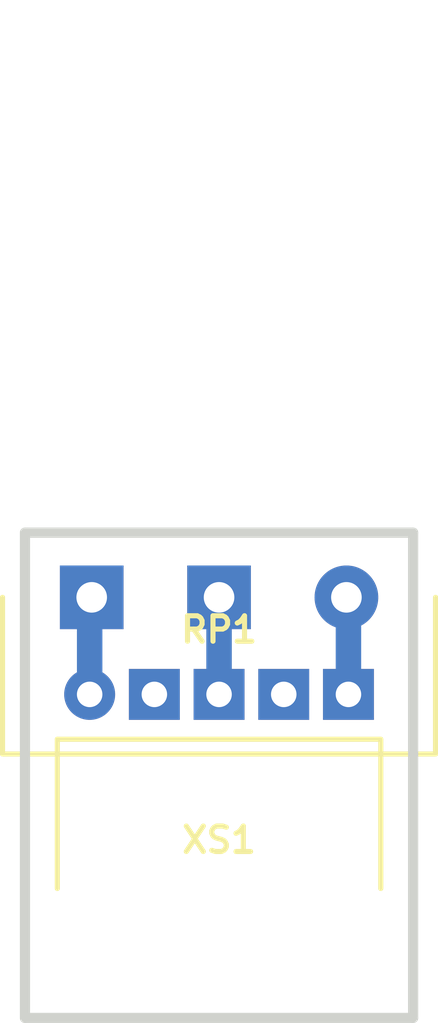
<source format=kicad_pcb>
(kicad_pcb (version 20171130) (host pcbnew 5.1.6-c6e7f7d~87~ubuntu19.10.1)

  (general
    (thickness 1.5)
    (drawings 4)
    (tracks 5)
    (zones 0)
    (modules 2)
    (nets 4)
  )

  (page A4 portrait)
  (title_block
    (title "Potentiometer Board 20 17")
    (date 2021-01-16)
    (rev 1A)
    (company "Igor Ivanov")
    (comment 1 https://github.com/Adept666)
    (comment 2 "This project is licensed under GNU General Public License v3.0 or later")
    (comment 3 "Диаметр потенциометра: 16 мм, 17 мм")
    (comment 4 "Расстояние от основной платы до корпуса: 20 мм")
  )

  (layers
    (0 F.Cu jumper)
    (31 B.Cu signal)
    (38 B.Mask user)
    (44 Edge.Cuts user)
    (45 Margin user)
    (46 B.CrtYd user)
    (47 F.CrtYd user)
    (49 F.Fab user)
  )

  (setup
    (last_trace_width 1)
    (user_trace_width 0.6)
    (trace_clearance 0)
    (zone_clearance 0.6)
    (zone_45_only no)
    (trace_min 0.2)
    (via_size 2)
    (via_drill 1)
    (via_min_size 0.4)
    (via_min_drill 0.3)
    (uvia_size 0.3)
    (uvia_drill 0.1)
    (uvias_allowed no)
    (uvia_min_size 0)
    (uvia_min_drill 0)
    (edge_width 0.4)
    (segment_width 0.2)
    (pcb_text_width 0.3)
    (pcb_text_size 1.5 1.5)
    (mod_edge_width 0.15)
    (mod_text_size 1 1)
    (mod_text_width 0.15)
    (pad_size 1.6 1.8)
    (pad_drill 0)
    (pad_to_mask_clearance 0.2)
    (solder_mask_min_width 0.1)
    (aux_axis_origin 0 0)
    (visible_elements 7FFFFFFF)
    (pcbplotparams
      (layerselection 0x20000_7ffffffe)
      (usegerberextensions false)
      (usegerberattributes false)
      (usegerberadvancedattributes false)
      (creategerberjobfile false)
      (excludeedgelayer false)
      (linewidth 0.100000)
      (plotframeref true)
      (viasonmask false)
      (mode 1)
      (useauxorigin false)
      (hpglpennumber 1)
      (hpglpenspeed 20)
      (hpglpendiameter 15.000000)
      (psnegative false)
      (psa4output false)
      (plotreference false)
      (plotvalue true)
      (plotinvisibletext false)
      (padsonsilk true)
      (subtractmaskfromsilk false)
      (outputformat 4)
      (mirror false)
      (drillshape 0)
      (scaleselection 1)
      (outputdirectory ""))
  )

  (net 0 "")
  (net 1 "Net-(RP1-Pad3)")
  (net 2 "Net-(RP1-Pad1)")
  (net 3 "Net-(RP1-Pad2)")

  (net_class Default "This is the default net class."
    (clearance 0)
    (trace_width 1)
    (via_dia 2)
    (via_drill 1)
    (uvia_dia 0.3)
    (uvia_drill 0.1)
    (add_net "Net-(RP1-Pad1)")
    (add_net "Net-(RP1-Pad2)")
    (add_net "Net-(RP1-Pad3)")
  )

  (module KCL:CON-PBS-05R (layer F.Cu) (tedit 5E63615D) (tstamp 60031F53)
    (at 105.41 145.415)
    (path /600A2C72)
    (fp_text reference XS1 (at 0 5.715) (layer F.SilkS)
      (effects (font (size 1 1) (thickness 0.2)))
    )
    (fp_text value PBS-05R (at 0 5.715) (layer F.Fab)
      (effects (font (size 1 1) (thickness 0.2)))
    )
    (fp_line (start 6.35 -0.5) (end 6.35 10.16) (layer F.CrtYd) (width 0.1))
    (fp_line (start -6.35 -0.5) (end -6.35 10.16) (layer F.CrtYd) (width 0.1))
    (fp_line (start -6.35 10.16) (end 6.35 10.16) (layer F.CrtYd) (width 0.1))
    (fp_line (start -6.35 -0.5) (end 6.35 -0.5) (layer F.CrtYd) (width 0.1))
    (fp_line (start 6.35 1.76) (end 6.35 7.62) (layer F.SilkS) (width 0.2))
    (fp_line (start -6.35 1.76) (end -6.35 7.62) (layer F.SilkS) (width 0.2))
    (fp_line (start -6.35 1.76) (end 6.35 1.76) (layer F.SilkS) (width 0.2))
    (fp_line (start -6.35 1.76) (end 6.35 1.76) (layer F.Fab) (width 0.2))
    (fp_line (start -6.35 10.16) (end 6.35 10.16) (layer F.Fab) (width 0.2))
    (fp_line (start -6.35 1.76) (end -6.35 10.16) (layer F.Fab) (width 0.2))
    (fp_line (start 6.35 1.76) (end 6.35 10.16) (layer F.Fab) (width 0.2))
    (pad 5 thru_hole rect (at 5.08 0) (size 2 2) (drill 1) (layers *.Cu *.Mask)
      (net 2 "Net-(RP1-Pad1)"))
    (pad 4 thru_hole rect (at 2.54 0) (size 2 2) (drill 1) (layers *.Cu *.Mask))
    (pad 1 thru_hole circle (at -5.08 0) (size 2 2) (drill 1) (layers *.Cu *.Mask)
      (net 1 "Net-(RP1-Pad3)"))
    (pad 2 thru_hole rect (at -2.54 0) (size 2 2) (drill 1) (layers *.Cu *.Mask))
    (pad 3 thru_hole rect (at 0 0) (size 2 2) (drill 1) (layers *.Cu *.Mask)
      (net 3 "Net-(RP1-Pad2)"))
  )

  (module KCL:RP-PDB181-K-20-P (layer F.Cu) (tedit 60030E39) (tstamp 5FE6D9E5)
    (at 105.41 141.605 180)
    (path /5FE7A122)
    (fp_text reference RP1 (at 0 -1.27) (layer F.SilkS)
      (effects (font (size 1 1) (thickness 0.2)))
    )
    (fp_text value 16/17 (at 0 -1.27) (layer F.Fab)
      (effects (font (size 1 1) (thickness 0.2)))
    )
    (fp_line (start -8.5 -6.15) (end 8.5 -6.15) (layer F.Fab) (width 0.2))
    (fp_line (start -8.5 3.35) (end 8.5 3.35) (layer F.Fab) (width 0.2))
    (fp_line (start -3 23.35) (end 3 23.35) (layer F.Fab) (width 0.2))
    (fp_line (start -8.5 -6.15) (end -8.5 3.35) (layer F.Fab) (width 0.2))
    (fp_line (start 8.5 -6.15) (end 8.5 3.35) (layer F.Fab) (width 0.2))
    (fp_line (start -3.5 3.35) (end -3.5 9.85) (layer F.Fab) (width 0.2))
    (fp_line (start 3.5 3.35) (end 3.5 9.85) (layer F.Fab) (width 0.2))
    (fp_line (start -3 9.85) (end -3 23.35) (layer F.Fab) (width 0.2))
    (fp_line (start 3 9.85) (end 3 23.35) (layer F.Fab) (width 0.2))
    (fp_line (start -3.5 9.85) (end 3.5 9.85) (layer F.Fab) (width 0.2))
    (fp_line (start -8.5 -6.15) (end 8.5 -6.15) (layer F.SilkS) (width 0.2))
    (fp_line (start -8.5 -6.15) (end -8.5 0) (layer F.SilkS) (width 0.2))
    (fp_line (start 8.5 -6.15) (end 8.5 0) (layer F.SilkS) (width 0.2))
    (fp_line (start -8.5 -6.15) (end 8.5 -6.15) (layer F.CrtYd) (width 0.1))
    (fp_line (start -8.5 23.35) (end 8.5 23.35) (layer F.CrtYd) (width 0.1))
    (fp_line (start -8.5 -6.15) (end -8.5 23.35) (layer F.CrtYd) (width 0.1))
    (fp_line (start 8.5 -6.15) (end 8.5 23.35) (layer F.CrtYd) (width 0.1))
    (fp_line (start -8.5 5.35) (end -7.366 5.35) (layer F.Fab) (width 0.2))
    (fp_line (start -8.5 3.35) (end -8.5 5.35) (layer F.Fab) (width 0.2))
    (fp_line (start -7.3 3.35) (end -7.3 5.35) (layer F.Fab) (width 0.2))
    (pad 3 thru_hole rect (at 5 0 180) (size 2.5 2.5) (drill 1.2) (layers B.Cu B.Mask)
      (net 1 "Net-(RP1-Pad3)"))
    (pad 1 thru_hole circle (at -5 0 180) (size 2.5 2.5) (drill 1.2) (layers B.Cu B.Mask)
      (net 2 "Net-(RP1-Pad1)"))
    (pad 2 thru_hole rect (at 0 0 180) (size 2.5 2.5) (drill 1.2) (layers B.Cu B.Mask)
      (net 3 "Net-(RP1-Pad2)"))
  )

  (gr_line (start 113.03 139.065) (end 113.03 158.115) (layer Edge.Cuts) (width 0.4) (tstamp 5FE6F872))
  (gr_line (start 97.79 139.065) (end 97.79 158.115) (layer Edge.Cuts) (width 0.4) (tstamp 5FE6F872))
  (gr_line (start 97.79 158.115) (end 113.03 158.115) (layer Edge.Cuts) (width 0.4) (tstamp 5FE6FAB1))
  (gr_line (start 97.79 139.065) (end 113.03 139.065) (layer Edge.Cuts) (width 0.4) (tstamp 5FE6F86E))

  (segment (start 100.33 145.415) (end 100.33 141.605) (width 1) (layer B.Cu) (net 1))
  (segment (start 100.41 141.605) (end 100.33 141.605) (width 1) (layer B.Cu) (net 1))
  (segment (start 110.49 145.415) (end 110.49 141.605) (width 1) (layer B.Cu) (net 2))
  (segment (start 110.41 141.605) (end 110.49 141.605) (width 1) (layer B.Cu) (net 2))
  (segment (start 105.41 145.415) (end 105.41 141.605) (width 1) (layer B.Cu) (net 3))

)

</source>
